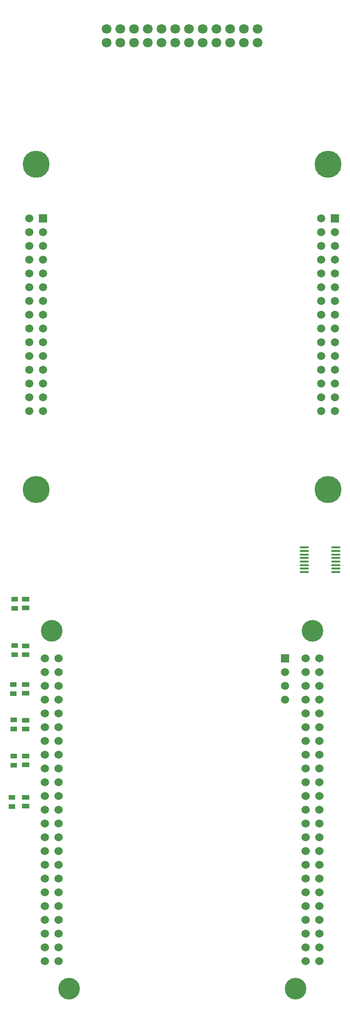
<source format=gbr>
G04 Layer_Color=255*
%FSLAX26Y26*%
%MOIN*%
%TF.FileFunction,Pads,Bot*%
%TF.Part,Single*%
G01*
G75*
%TA.AperFunction,SMDPad,CuDef*%
%ADD11R,0.051181X0.033465*%
%ADD19O,0.072835X0.013780*%
%TA.AperFunction,ComponentPad*%
%ADD23R,0.059055X0.059055*%
%ADD24C,0.059055*%
%ADD25R,0.059055X0.059055*%
%ADD26C,0.070866*%
%TA.AperFunction,WasherPad*%
%ADD27C,0.196850*%
%TA.AperFunction,ComponentPad*%
%ADD28C,0.157480*%
%ADD29C,0.060000*%
%TA.AperFunction,SMDPad,CuDef*%
%ADD45R,0.053150X0.037402*%
D11*
X-1080000Y-4828465D02*
D03*
X-1080000Y-4761535D02*
D03*
X-1075000Y-5348465D02*
D03*
X-1075000Y-5281535D02*
D03*
X-1090000Y-5648465D02*
D03*
X-1090000Y-5581535D02*
D03*
X-1070000Y-4208465D02*
D03*
X-1070000Y-4141535D02*
D03*
X-1075000Y-5086845D02*
D03*
X-1075000Y-5019916D02*
D03*
X-1068622Y-4480158D02*
D03*
X-1068622Y-4547086D02*
D03*
D19*
X1041166Y-3946688D02*
D03*
X1041166Y-3921098D02*
D03*
X1041166Y-3895508D02*
D03*
X1041166Y-3869918D02*
D03*
X1041166Y-3844326D02*
D03*
X1041166Y-3818736D02*
D03*
X1041166Y-3793146D02*
D03*
X1041166Y-3767556D02*
D03*
X1271482Y-3946688D02*
D03*
X1271482Y-3921098D02*
D03*
X1271482Y-3895508D02*
D03*
X1271482Y-3869918D02*
D03*
X1271482Y-3844326D02*
D03*
X1271482Y-3818736D02*
D03*
X1271482Y-3793146D02*
D03*
X1271482Y-3767556D02*
D03*
D23*
X901378Y-4573621D02*
D03*
D24*
X901378Y-4673621D02*
D03*
X901378Y-4773621D02*
D03*
X901378Y-4873621D02*
D03*
X-961811Y-2776618D02*
D03*
X-961811Y-2676618D02*
D03*
X-961811Y-2576618D02*
D03*
X-961811Y-2476618D02*
D03*
X-961811Y-2376618D02*
D03*
X-961811Y-2276618D02*
D03*
X-961811Y-2176618D02*
D03*
X-961811Y-2076618D02*
D03*
X-961811Y-1976618D02*
D03*
X-961811Y-1876618D02*
D03*
X-961811Y-1776618D02*
D03*
X-961811Y-1676618D02*
D03*
X-961811Y-1576618D02*
D03*
X-961811Y-1476618D02*
D03*
X-961811Y-1376618D02*
D03*
X-861811Y-2776618D02*
D03*
X-861811Y-2676618D02*
D03*
X-861811Y-2576618D02*
D03*
X-861811Y-2476618D02*
D03*
X-861811Y-2376618D02*
D03*
X-861811Y-2276618D02*
D03*
X-861811Y-2176618D02*
D03*
X-861811Y-2076618D02*
D03*
X-861811Y-1976618D02*
D03*
X-861811Y-1876618D02*
D03*
X-861811Y-1776618D02*
D03*
X-861811Y-1676618D02*
D03*
X-861811Y-1576618D02*
D03*
X-861811Y-1476618D02*
D03*
X1264173Y-1476618D02*
D03*
X1264173Y-1576618D02*
D03*
X1264173Y-1676618D02*
D03*
X1264173Y-1776618D02*
D03*
X1264173Y-1876618D02*
D03*
X1264173Y-1976618D02*
D03*
X1264173Y-2076618D02*
D03*
X1264173Y-2176618D02*
D03*
X1264173Y-2276618D02*
D03*
X1264173Y-2376618D02*
D03*
X1264173Y-2476618D02*
D03*
X1264173Y-2576618D02*
D03*
X1264173Y-2676618D02*
D03*
X1264173Y-2776618D02*
D03*
X1164173Y-1376618D02*
D03*
X1164173Y-1476618D02*
D03*
X1164173Y-1576618D02*
D03*
X1164173Y-1676618D02*
D03*
X1164173Y-1776618D02*
D03*
X1164173Y-1876618D02*
D03*
X1164173Y-1976618D02*
D03*
X1164173Y-2076618D02*
D03*
X1164173Y-2176618D02*
D03*
X1164173Y-2276618D02*
D03*
X1164173Y-2376618D02*
D03*
X1164173Y-2476618D02*
D03*
X1164173Y-2576618D02*
D03*
X1164173Y-2676618D02*
D03*
X1164173Y-2776618D02*
D03*
D25*
X-861811Y-1376618D02*
D03*
X1264173Y-1376618D02*
D03*
D26*
X600000Y-100000D02*
D03*
X600000Y0D02*
D03*
X500000Y0D02*
D03*
X400000Y0D02*
D03*
X300000Y0D02*
D03*
X200000Y0D02*
D03*
X100000Y0D02*
D03*
X0Y0D02*
D03*
X-100000Y0D02*
D03*
X-200000Y0D02*
D03*
X-300000Y0D02*
D03*
X-400000Y0D02*
D03*
X500000Y-100000D02*
D03*
X400000Y-100000D02*
D03*
X300000Y-100000D02*
D03*
X200000Y-100000D02*
D03*
X100000Y-100000D02*
D03*
X0Y-100000D02*
D03*
X-100000Y-100000D02*
D03*
X-200000Y-100000D02*
D03*
X-300000Y-100000D02*
D03*
X-400000Y-100000D02*
D03*
X700000Y0D02*
D03*
X700000Y-100000D02*
D03*
D27*
X-911810Y-982918D02*
D03*
X-911810Y-3345122D02*
D03*
X1214174Y-982918D02*
D03*
X1214174Y-3345122D02*
D03*
D28*
X-798622Y-4373622D02*
D03*
X1101378Y-4373622D02*
D03*
X976378Y-6973622D02*
D03*
X-673622Y-6973622D02*
D03*
D29*
X-748622Y-4573622D02*
D03*
X-748622Y-4673622D02*
D03*
X-748622Y-4773622D02*
D03*
X-748622Y-4873622D02*
D03*
X-748622Y-4973622D02*
D03*
X-748622Y-5073622D02*
D03*
X-748622Y-5173622D02*
D03*
X-748622Y-5273622D02*
D03*
X-748622Y-5373622D02*
D03*
X-748622Y-5473622D02*
D03*
X-748622Y-5573622D02*
D03*
X-748622Y-5673622D02*
D03*
X-748622Y-5773622D02*
D03*
X-748622Y-5873622D02*
D03*
X-748622Y-5973622D02*
D03*
X-748622Y-6073622D02*
D03*
X-748622Y-6173622D02*
D03*
X-748622Y-6273622D02*
D03*
X-748622Y-6373622D02*
D03*
X-748622Y-6473622D02*
D03*
X-748622Y-6573622D02*
D03*
X-748622Y-6673622D02*
D03*
X-748622Y-6773622D02*
D03*
X-848622Y-4673622D02*
D03*
X-848622Y-4773622D02*
D03*
X-848622Y-4873622D02*
D03*
X-848622Y-4973622D02*
D03*
X-848622Y-5073622D02*
D03*
X-848622Y-5173622D02*
D03*
X-848622Y-5273622D02*
D03*
X-848622Y-5373622D02*
D03*
X-848622Y-5473622D02*
D03*
X-848622Y-5573622D02*
D03*
X-848622Y-5673622D02*
D03*
X-848622Y-5773622D02*
D03*
X-848622Y-5873622D02*
D03*
X-848622Y-5973622D02*
D03*
X-848622Y-6073622D02*
D03*
X-848622Y-6173622D02*
D03*
X-848622Y-6273622D02*
D03*
X-848622Y-6373622D02*
D03*
X-848622Y-6473622D02*
D03*
X-848622Y-6573622D02*
D03*
X-848622Y-6673622D02*
D03*
X-848622Y-6773622D02*
D03*
X1051378Y-4573622D02*
D03*
X1151378Y-4573622D02*
D03*
X1151378Y-4673622D02*
D03*
X1151378Y-4773622D02*
D03*
X1151378Y-4873622D02*
D03*
X1151378Y-4973622D02*
D03*
X1151378Y-5073622D02*
D03*
X1151378Y-5173622D02*
D03*
X1151378Y-5273622D02*
D03*
X1151378Y-5373622D02*
D03*
X1151378Y-5473622D02*
D03*
X1151378Y-5573622D02*
D03*
X1151378Y-5673622D02*
D03*
X1151378Y-5773622D02*
D03*
X1151378Y-5873622D02*
D03*
X1151378Y-5973622D02*
D03*
X1151378Y-6073622D02*
D03*
X1151378Y-6173622D02*
D03*
X1151378Y-6273622D02*
D03*
X1151378Y-6373622D02*
D03*
X1151378Y-6473622D02*
D03*
X1151378Y-6573622D02*
D03*
X1151378Y-6673622D02*
D03*
X1151378Y-6773622D02*
D03*
X1051378Y-4673622D02*
D03*
X1051378Y-4773622D02*
D03*
X1051378Y-4873622D02*
D03*
X1051378Y-4973622D02*
D03*
X1051378Y-5073622D02*
D03*
X1051378Y-5173622D02*
D03*
X1051378Y-5273622D02*
D03*
X1051378Y-5373622D02*
D03*
X1051378Y-5473622D02*
D03*
X1051378Y-5573622D02*
D03*
X1051378Y-5673622D02*
D03*
X1051378Y-5773622D02*
D03*
X1051378Y-5873622D02*
D03*
X1051378Y-5973622D02*
D03*
X1051378Y-6073622D02*
D03*
X1051378Y-6173622D02*
D03*
X1051378Y-6273622D02*
D03*
X1051378Y-6373622D02*
D03*
X1051378Y-6473622D02*
D03*
X1051378Y-6573622D02*
D03*
X1051378Y-6673622D02*
D03*
X1051378Y-6773622D02*
D03*
X-848622Y-4573622D02*
D03*
D45*
X-988622Y-5582126D02*
D03*
X-988622Y-5645118D02*
D03*
X-988622Y-5282126D02*
D03*
X-988622Y-5345118D02*
D03*
X-988622Y-5022126D02*
D03*
X-988622Y-5085118D02*
D03*
X-988622Y-4482126D02*
D03*
X-988622Y-4545118D02*
D03*
X-988622Y-4762126D02*
D03*
X-988622Y-4825118D02*
D03*
X-988622Y-4142126D02*
D03*
X-988622Y-4205118D02*
D03*
%TF.MD5,1f9eab2186842e1ab3c6d5157b49075f*%
M02*

</source>
